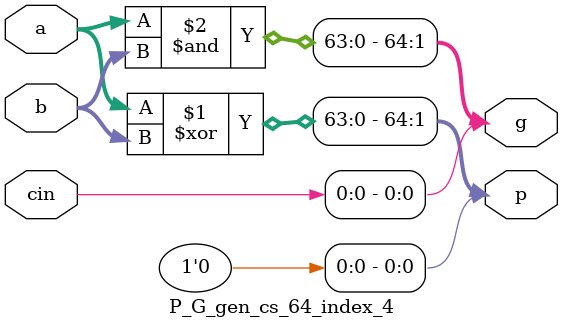
<source format=v>

/* verilator lint_off EOFNEWLINE */
/* verilator lint_off UNUSEDSIGNAL */
module CS_64_index_4 (a,b,cin,sum,cout);

input [64:1] a,b;
input cin;
output [64:1] sum;
output cout;

wire [64:0]p;
wire [64:0]g;

P_G_gen_cs_64_index_4 pg_gen_cs_4 (a,b,cin,p,g);

//level 1
wire [31:0] gnpg_level1;
wire [31:0] pp_level1;

genvar i;
generate
     for (i = 0;i<32 ;i=i+1 ) begin
        assign gnpg_level1[i]=g[i*2+1]|p[i*2+1]&g[2*i];  // gnpg[0]=g1+p1g0  // 2
        assign pp_level1[i]=p[i*2+1]&p[i*2];              // pp[0]=p1p0
   end
endgenerate

//level 2
wire [15:0] gnpg_level2;
wire [15:0] pp_level2;
generate 
    for (i = 0;i<16 ;i=i+1 ) begin
        assign gnpg_level2[i]=gnpg_level1[i*2+1]|pp_level1[i*2+1]&gnpg_level1[i*2];  // 4
        assign pp_level2[i]=pp_level1[i*2+1]&pp_level1[i*2];
   end
endgenerate

//level 3

wire [15:0] gnpg_level3;
wire [15:0] pp_level3;

assign gnpg_level3[0]=gnpg_level2[0];
assign pp_level3[0]=pp_level2[0];

generate 
      for (i = 1;i<16 ;i=i+1 ) begin
         assign gnpg_level3[i]=gnpg_level2[i]|pp_level2[i]&gnpg_level2[i-1];  // 4,8
         assign pp_level3[i]=pp_level2[i]&pp_level2[i-1];
      end
endgenerate

//level 4

wire [15:0] gnpg_level4;
wire [15:0] pp_level4;

assign gnpg_level4[0]=gnpg_level3[0];
assign pp_level4[0]=pp_level3[0];
assign gnpg_level4[1]=gnpg_level3[1];
assign pp_level4[1]=pp_level3[1];

generate 
      for (i = 2;i<16 ;i=i+1 ) begin
         assign gnpg_level4[i]=gnpg_level3[i]|pp_level3[i]&gnpg_level3[i-2];  // 4,8,12,16
         assign pp_level4[i]=pp_level3[i]&pp_level3[i-2];
      end
endgenerate

//level 5

wire [15:0] gnpg_level5;
wire [15:0] pp_level5;

assign gnpg_level5[0]=gnpg_level4[0];
assign pp_level5[0]=pp_level4[0];
assign gnpg_level5[1]=gnpg_level4[1];
assign pp_level5[1]=pp_level4[1];
assign gnpg_level5[2]=gnpg_level4[2];
assign pp_level5[2]=pp_level4[2];
assign gnpg_level5[3]=gnpg_level4[3];
assign pp_level5[3]=pp_level4[3];

generate
      for (i = 4;i<16 ;i=i+1 ) begin
         assign gnpg_level5[i]=gnpg_level4[i]|pp_level4[i]&gnpg_level4[i-4];  // 4,8,12,16,20,24,28,32
         assign pp_level5[i]=pp_level4[i]&pp_level4[i-4];
      end
endgenerate

//level 6

wire [7:0] gnpg_level6;
wire [7:0] pp_level6;

generate 
      for (i = 0;i<8 ;i=i+1 ) begin
         assign gnpg_level6[i]=gnpg_level5[i+8]|pp_level5[i+8]&gnpg_level5[i];  // 36,40,44,48,52,56,60,64
         assign pp_level6[i]=pp_level5[i+8]&pp_level5[i];
      end
endgenerate

wire tmp1,tmp_c4,tmp_c5,tmp_c6,tmp_c8,tmp_c9;
wire tmp_c10,tmp_c12,tmp_c13,tmp_c14,tmp_c16,tmp_c17;
wire tmp_c18,tmp_c20,tmp_c21,tmp_c22,tmp_c24,tmp_c25;
wire tmp_c26,tmp_c28,tmp_c29,tmp_c30,tmp_c32,tmp_c33;
wire tmp_c34,tmp_c36,tmp_c37,tmp_c38,tmp_c40,tmp_c41;
wire tmp_c42,tmp_c44,tmp_c45,tmp_c46,tmp_c48,tmp_c49;
wire tmp_c50,tmp_c52,tmp_c53,tmp_c54,tmp_c56,tmp_c57;
wire tmp_c58,tmp_c60,tmp_c61,tmp_c62;
assign cout = g[64]| p[64]&gnpg_level6[7];
assign sum[1]= cin^p[1];
assign sum[2]=gnpg_level1[0]^p[2];
assign tmp1=g[2]|p[2]&gnpg_level1[0];//c2
assign sum[3]= tmp1^p[3];
assign sum[4]=gnpg_level5[0]^p[4];
assign tmp_c4=g[4]|p[4]&gnpg_level2[0];//c4
assign sum[5]=tmp_c4^p[5];
assign tmp_c5=gnpg_level1[2]|pp_level1[2]&gnpg_level2[0];//c5
assign sum[6]=tmp_c5^p[6];
assign tmp_c6=g[6]|p[6]&tmp_c5;//c6
assign sum[7]=tmp_c6^p[7];
assign sum[8]=gnpg_level5[1]^p[8];
assign tmp_c8=g[8]|p[8]&gnpg_level3[1];//c8
assign sum[9]=tmp_c8^p[9];
assign tmp_c9=gnpg_level1[4]|pp_level1[4]&gnpg_level3[1];//c9
assign sum[10]=tmp_c9^p[10];
assign tmp_c10=g[10]|p[10]&tmp_c9;//c10
assign sum[11]=tmp_c10^p[11];
assign sum[12]=gnpg_level5[2]^p[12];
assign tmp_c12=g[12]|p[12]&gnpg_level4[2];//c12
assign sum[13]=tmp_c12^p[13];
assign tmp_c13=gnpg_level1[6]|pp_level1[6]&gnpg_level4[2];//c13
assign sum[14]=tmp_c13^p[14];
assign tmp_c14=g[14]|p[14]&tmp_c13;//c14
assign sum[15]=tmp_c14^p[15];
assign sum[16]=gnpg_level5[3]^p[16];
assign tmp_c16=g[16]|p[16]&gnpg_level4[3];//c16
assign sum[17]=tmp_c16^p[17];
assign tmp_c17=gnpg_level1[8]|pp_level1[8]&gnpg_level4[3];//c17
assign sum[18]=tmp_c17^p[18];
assign tmp_c18=g[18]|p[18]&tmp_c17;//c18
assign sum[19]=tmp_c18^p[19];
assign sum[20]=gnpg_level5[4]^p[20];
assign tmp_c20=g[20]|p[20]&gnpg_level5[4];//c20
assign sum[21]=tmp_c20^p[21];
assign tmp_c21=gnpg_level1[10]|pp_level1[10]&gnpg_level5[4];//c21
assign sum[22]=tmp_c21^p[22];
assign tmp_c22=g[22]|p[22]&tmp_c21;//c22
assign sum[23]=tmp_c22^p[23];
assign sum[24]=gnpg_level5[5]^p[24];
assign tmp_c24=g[24]|p[24]&gnpg_level5[5];//c24
assign sum[25]=tmp_c24^p[25];
assign tmp_c25=gnpg_level1[12]|pp_level1[12]&gnpg_level5[5];//c25
assign sum[26]=tmp_c25^p[26];
assign tmp_c26=g[26]|p[26]&tmp_c25;//c26
assign sum[27]=tmp_c26^p[27];
assign sum[28]=gnpg_level5[6]^p[28];
assign tmp_c28=g[28]|p[28]&gnpg_level5[6];//c28
assign sum[29]=tmp_c28^p[29];
assign tmp_c29=gnpg_level1[14]|pp_level1[14]&gnpg_level5[6];//c29
assign sum[30]=tmp_c29^p[30];
assign tmp_c30=g[30]|p[30]&tmp_c29;//c30
assign sum[31]=tmp_c30^p[31];
assign sum[32]=gnpg_level5[7]^p[32];
assign tmp_c32=g[32]|p[32]&gnpg_level5[7];//c32
assign sum[33]=tmp_c32^p[33];
assign tmp_c33=gnpg_level1[16]|pp_level1[16]&gnpg_level5[7];//c33
assign sum[34]=tmp_c33^p[34];
assign tmp_c34=g[34]|p[34]&tmp_c33;//c34
assign sum[35]=tmp_c34^p[35];
assign sum[36]=gnpg_level6[0]^p[36];
assign tmp_c36=g[36]|p[36]&gnpg_level6[0];//c36
assign sum[37]=tmp_c36^p[37];
assign tmp_c37=gnpg_level1[18]|pp_level1[18]&gnpg_level6[0];//c37
assign sum[38]=tmp_c37^p[38];
assign tmp_c38=g[38]|p[38]&tmp_c37;//c38
assign sum[39]=tmp_c38^p[39];
assign sum[40]=gnpg_level6[1]^p[40];
assign tmp_c40=g[40]|p[40]&gnpg_level6[1];//c40
assign sum[41]=tmp_c40^p[41];
assign tmp_c41=gnpg_level1[20]|pp_level1[20]&gnpg_level6[1];//c41
assign sum[42]=tmp_c41^p[42];
assign tmp_c42=g[42]|p[42]&tmp_c41;//c42
assign sum[43]=tmp_c42^p[43];
assign sum[44]=gnpg_level6[2]^p[44];
assign tmp_c44=g[44]|p[44]&gnpg_level6[2];//c44
assign sum[45]=tmp_c44^p[45];
assign tmp_c45=gnpg_level1[22]|pp_level1[22]&gnpg_level6[2];//c45
assign sum[46]=tmp_c45^p[46];
assign tmp_c46=g[46]|p[46]&tmp_c45;//c46
assign sum[47]=tmp_c46^p[47];
assign sum[48]=gnpg_level6[3]^p[48];
assign tmp_c48=g[48]|p[48]&gnpg_level6[3];//c48
assign sum[49]=tmp_c48^p[49];
assign tmp_c49=gnpg_level1[24]|pp_level1[24]&gnpg_level6[3];//c49
assign sum[50]=tmp_c49^p[50];
assign tmp_c50=g[50]|p[50]&tmp_c49;//c50
assign sum[51]=tmp_c50^p[51];
assign sum[52]=gnpg_level6[4]^p[52];
assign tmp_c52=g[52]|p[52]&gnpg_level6[4];//c52
assign sum[53]=tmp_c52^p[53];
assign tmp_c53=gnpg_level1[26]|pp_level1[26]&gnpg_level6[4];//c53
assign sum[54]=tmp_c53^p[54];
assign tmp_c54=g[54]|p[54]&tmp_c53;//c54
assign sum[55]=tmp_c54^p[55];
assign sum[56]=gnpg_level6[5]^p[56];
assign tmp_c56=g[56]|p[56]&gnpg_level6[5];//c56
assign sum[57]=tmp_c56^p[57];
assign tmp_c57=gnpg_level1[28]|pp_level1[28]&gnpg_level6[5];//c57
assign sum[58]=tmp_c57^p[58];
assign tmp_c58=g[58]|p[58]&tmp_c57;//c58
assign sum[59]=tmp_c58^p[59];
assign sum[60]=gnpg_level6[6]^p[60];
assign tmp_c60=g[60]|p[60]&gnpg_level6[6];//c60
assign sum[61]=tmp_c60^p[61];
assign tmp_c61=gnpg_level1[30]|pp_level1[30]&gnpg_level6[6];//c61
assign sum[62]=tmp_c61^p[62];
assign tmp_c62=g[62]|p[62]&tmp_c61;//c62
assign sum[63]=tmp_c62^p[63];
assign sum[64]=gnpg_level6[7]^p[64];
endmodule
module P_G_gen_cs_64_index_4 (a,b,cin,p,g);
input [63:0]a;
input [63:0]b;
input cin;
output [64:0]p;
output [64:0]g;
assign g[0]=cin;
assign p[0]=0;
assign p[64:1]=a^b;
assign g[64:1]=a&b;
endmodule


</source>
